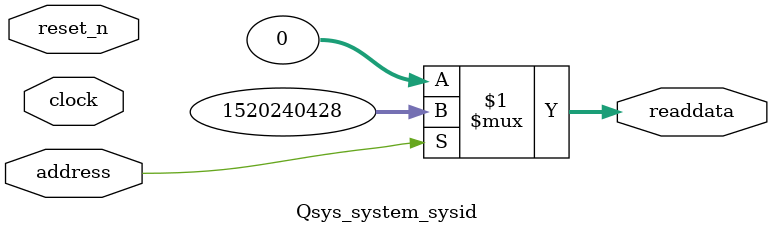
<source format=v>



// synthesis translate_off
`timescale 1ns / 1ps
// synthesis translate_on

// turn off superfluous verilog processor warnings 
// altera message_level Level1 
// altera message_off 10034 10035 10036 10037 10230 10240 10030 

module Qsys_system_sysid (
               // inputs:
                address,
                clock,
                reset_n,

               // outputs:
                readdata
             )
;

  output  [ 31: 0] readdata;
  input            address;
  input            clock;
  input            reset_n;

  wire    [ 31: 0] readdata;
  //control_slave, which is an e_avalon_slave
  assign readdata = address ? 1520240428 : 0;

endmodule




</source>
